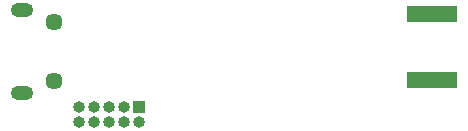
<source format=gbr>
%TF.GenerationSoftware,KiCad,Pcbnew,(6.0.1)*%
%TF.CreationDate,2022-05-09T00:38:21+05:45*%
%TF.ProjectId,ST_RF,53545f52-462e-46b6-9963-61645f706362,rev?*%
%TF.SameCoordinates,Original*%
%TF.FileFunction,Soldermask,Bot*%
%TF.FilePolarity,Negative*%
%FSLAX46Y46*%
G04 Gerber Fmt 4.6, Leading zero omitted, Abs format (unit mm)*
G04 Created by KiCad (PCBNEW (6.0.1)) date 2022-05-09 00:38:21*
%MOMM*%
%LPD*%
G01*
G04 APERTURE LIST*
%ADD10O,1.000000X1.000000*%
%ADD11R,1.000000X1.000000*%
%ADD12R,4.200000X1.350000*%
%ADD13O,1.900000X1.200000*%
%ADD14C,1.450000*%
G04 APERTURE END LIST*
D10*
%TO.C,J3*%
X31496000Y-41910000D03*
X31496000Y-40640000D03*
X32766000Y-41910000D03*
X32766000Y-40640000D03*
X34036000Y-41910000D03*
X34036000Y-40640000D03*
X35306000Y-41910000D03*
X35306000Y-40640000D03*
X36576000Y-41910000D03*
D11*
X36576000Y-40640000D03*
%TD*%
D12*
%TO.C,J2*%
X61377500Y-32735000D03*
X61377500Y-38385000D03*
%TD*%
D13*
%TO.C,J1*%
X26702500Y-39441000D03*
D14*
X29402500Y-33441000D03*
D13*
X26702500Y-32441000D03*
D14*
X29402500Y-38441000D03*
%TD*%
M02*

</source>
